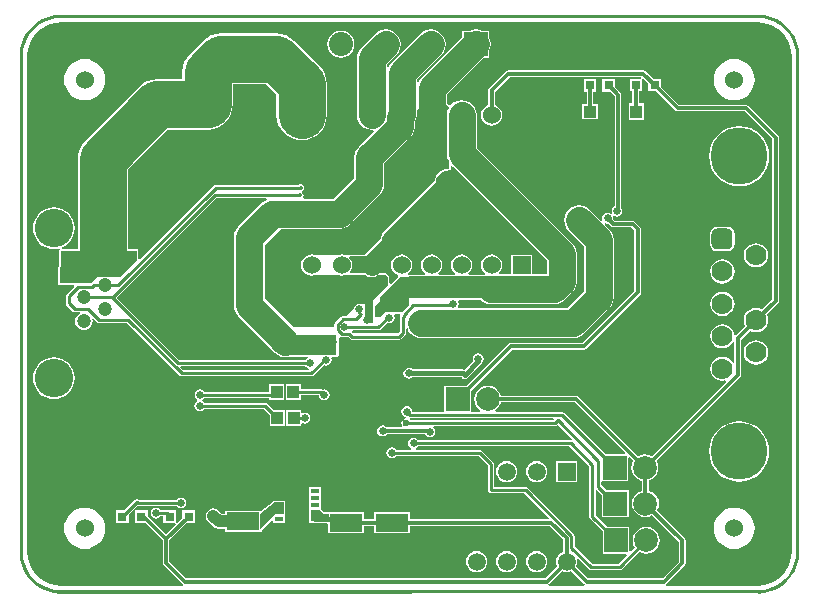
<source format=gtl>
G04 Layer_Physical_Order=1*
G04 Layer_Color=25308*
%FSLAX24Y24*%
%MOIN*%
G70*
G01*
G75*
%ADD10R,0.0315X0.1181*%
%ADD11R,0.0295X0.0157*%
%ADD12R,0.1102X0.0591*%
%ADD13R,0.0394X0.0433*%
%ADD14R,0.0413X0.0394*%
%ADD15R,0.0315X0.0315*%
%ADD16C,0.0100*%
%ADD17C,0.1575*%
%ADD18C,0.0886*%
%ADD19C,0.0157*%
%ADD20C,0.0118*%
%ADD21C,0.0887*%
%ADD22C,0.0492*%
%ADD23C,0.0394*%
%ADD24C,0.0197*%
%ADD25C,0.0591*%
%ADD26C,0.0689*%
%ADD27R,0.1319X0.1319*%
%ADD28R,0.6451X0.1306*%
%ADD29R,0.0870X0.2572*%
%ADD30R,0.1772X0.0695*%
%ADD31R,0.0287X0.0826*%
%ADD32R,0.2749X0.0719*%
%ADD33C,0.0600*%
%ADD34C,0.0472*%
%ADD35C,0.1280*%
%ADD36C,0.0591*%
%ADD37R,0.0591X0.0591*%
%ADD38C,0.0700*%
G04:AMPARAMS|DCode=39|XSize=70mil|YSize=70mil|CornerRadius=17.5mil|HoleSize=0mil|Usage=FLASHONLY|Rotation=90.000|XOffset=0mil|YOffset=0mil|HoleType=Round|Shape=RoundedRectangle|*
%AMROUNDEDRECTD39*
21,1,0.0700,0.0350,0,0,90.0*
21,1,0.0350,0.0700,0,0,90.0*
1,1,0.0350,0.0175,0.0175*
1,1,0.0350,0.0175,-0.0175*
1,1,0.0350,-0.0175,-0.0175*
1,1,0.0350,-0.0175,0.0175*
%
%ADD39ROUNDEDRECTD39*%
%ADD40C,0.1900*%
%ADD41R,0.0600X0.0600*%
%ADD42C,0.0787*%
%ADD43R,0.0787X0.0787*%
%ADD44C,0.1378*%
%ADD45R,0.1378X0.1378*%
%ADD46C,0.0800*%
%ADD47R,0.0800X0.0800*%
%ADD48C,0.0256*%
%ADD49C,0.0252*%
%ADD50C,0.0138*%
%ADD51C,0.0394*%
%ADD52C,0.0236*%
G36*
X28563Y45066D02*
X28774Y45015D01*
X28974Y44932D01*
X29159Y44819D01*
X29324Y44678D01*
X29465Y44513D01*
X29578Y44328D01*
X29661Y44128D01*
X29712Y43917D01*
X29728Y43705D01*
X29725Y43701D01*
X29725D01*
X29729Y27165D01*
X29712Y26949D01*
X29661Y26738D01*
X29578Y26538D01*
X29465Y26353D01*
X29324Y26188D01*
X29159Y26047D01*
X28974Y25934D01*
X28774Y25851D01*
X28563Y25800D01*
X28351Y25783D01*
X28346Y25787D01*
Y25787D01*
X5118Y25783D01*
X4902Y25800D01*
X4691Y25851D01*
X4491Y25934D01*
X4306Y26047D01*
X4141Y26188D01*
X4000Y26353D01*
X3886Y26538D01*
X3803Y26738D01*
X3753Y26949D01*
X3736Y27161D01*
X3740Y27165D01*
X3740D01*
X3736Y43701D01*
X3753Y43917D01*
X3803Y44128D01*
X3886Y44328D01*
X4000Y44513D01*
X4141Y44678D01*
X4306Y44819D01*
X4491Y44932D01*
X4691Y45015D01*
X4902Y45066D01*
X5114Y45083D01*
X5118Y45079D01*
Y45079D01*
X28346Y45083D01*
X28563Y45066D01*
D02*
G37*
%LPC*%
G36*
X28346Y44976D02*
Y44974D01*
X5118D01*
Y44976D01*
X4919Y44961D01*
X4724Y44914D01*
X4539Y44837D01*
X4368Y44733D01*
X4216Y44603D01*
X4086Y44451D01*
X3982Y44280D01*
X3905Y44095D01*
X3858Y43900D01*
X3846Y43750D01*
X3846Y43750D01*
X3846Y43750D01*
X3843Y43701D01*
X3845Y43701D01*
X3845D01*
Y27165D01*
X3843D01*
X3858Y26966D01*
X3905Y26771D01*
X3982Y26586D01*
X4086Y26416D01*
X4216Y26263D01*
X4368Y26133D01*
X4539Y26029D01*
X4724Y25952D01*
X4919Y25905D01*
X5118Y25890D01*
Y25892D01*
X28346D01*
Y25890D01*
X28546Y25905D01*
X28741Y25952D01*
X28926Y26029D01*
X29096Y26133D01*
X29248Y26263D01*
X29378Y26416D01*
X29483Y26586D01*
X29560Y26771D01*
X29606Y26966D01*
X29622Y27165D01*
X29620D01*
Y43701D01*
X29622D01*
X29606Y43900D01*
X29560Y44095D01*
X29483Y44280D01*
X29378Y44451D01*
X29248Y44603D01*
X29096Y44733D01*
X28926Y44837D01*
X28741Y44914D01*
X28546Y44961D01*
X28346Y44976D01*
D02*
G37*
%LPD*%
G36*
X16415Y35106D02*
X16434Y35062D01*
X16422Y35045D01*
X16415Y35005D01*
Y34513D01*
X16355Y34454D01*
X14866D01*
X14817Y34502D01*
X14825Y34537D01*
X14836Y34552D01*
X15699D01*
X15739Y34560D01*
X15772Y34583D01*
X15998Y34809D01*
X16053Y34798D01*
X16123Y34812D01*
X16182Y34851D01*
X16222Y34910D01*
X16236Y34980D01*
X16222Y35050D01*
X16214Y35062D01*
X16241Y35112D01*
X16409D01*
X16415Y35106D01*
D02*
G37*
G36*
X28346Y44829D02*
X28523Y44815D01*
X28695Y44774D01*
X28859Y44706D01*
X29010Y44614D01*
X29144Y44499D01*
X29259Y44364D01*
X29352Y44213D01*
X29420Y44049D01*
X29461Y43877D01*
X29475Y43701D01*
X29475D01*
Y27165D01*
X29475D01*
X29461Y26989D01*
X29420Y26817D01*
X29352Y26653D01*
X29259Y26502D01*
X29144Y26367D01*
X29010Y26252D01*
X28859Y26160D01*
X28695Y26092D01*
X28523Y26051D01*
X28346Y26037D01*
Y26037D01*
X25289D01*
X25274Y26087D01*
X25296Y26102D01*
X25906Y26712D01*
X25931Y26748D01*
X25939Y26791D01*
Y27559D01*
X25931Y27602D01*
X25906Y27639D01*
X25894Y27646D01*
X24989Y28552D01*
X24991Y28555D01*
X25036Y28663D01*
X25051Y28780D01*
X25036Y28896D01*
X24991Y29004D01*
X24920Y29097D01*
X24827Y29168D01*
X24718Y29213D01*
X24715Y29213D01*
Y29553D01*
X24807Y29592D01*
X24900Y29663D01*
X24971Y29756D01*
X25016Y29864D01*
X25031Y29980D01*
X25016Y30096D01*
X24971Y30205D01*
X24969Y30208D01*
X27760Y32998D01*
X27784Y33035D01*
X27793Y33078D01*
Y34247D01*
X28091Y34545D01*
X28181Y34508D01*
X28285Y34494D01*
X28390Y34508D01*
X28488Y34548D01*
X28571Y34612D01*
X28636Y34696D01*
X28676Y34794D01*
X28690Y34898D01*
X28676Y35003D01*
X28639Y35093D01*
X29016Y35471D01*
X29041Y35507D01*
X29049Y35550D01*
Y40982D01*
X29041Y41025D01*
X29016Y41062D01*
X28033Y42045D01*
X27997Y42070D01*
X27954Y42078D01*
X25722D01*
X25119Y42681D01*
Y42940D01*
X24860D01*
X24609Y43191D01*
X24573Y43215D01*
X24530Y43224D01*
X20030D01*
X19987Y43215D01*
X19950Y43191D01*
X19393Y42633D01*
X19369Y42597D01*
X19360Y42554D01*
Y42066D01*
X19295Y42039D01*
X19222Y41983D01*
X19166Y41909D01*
X19130Y41824D01*
X19118Y41732D01*
X19130Y41641D01*
X19166Y41555D01*
X19222Y41482D01*
X19295Y41426D01*
X19381Y41390D01*
X19472Y41378D01*
X19564Y41390D01*
X19650Y41426D01*
X19723Y41482D01*
X19779Y41555D01*
X19815Y41641D01*
X19827Y41732D01*
X19815Y41824D01*
X19779Y41909D01*
X19723Y41983D01*
X19650Y42039D01*
X19585Y42066D01*
Y42507D01*
X20076Y42999D01*
X24445D01*
X24451Y42990D01*
X24449Y42977D01*
X24423Y42940D01*
X24071D01*
Y42522D01*
X24168D01*
Y42117D01*
X24042D01*
Y41582D01*
X24538D01*
Y42117D01*
X24392D01*
Y42522D01*
X24489D01*
Y42893D01*
Y42893D01*
X24489Y42897D01*
X24489Y42915D01*
Y42922D01*
Y42923D01*
X24492Y42924D01*
X24494Y42925D01*
X24496Y42926D01*
X24506Y42931D01*
X24512Y42934D01*
X24522Y42939D01*
D01*
X24528Y42942D01*
X24536Y42946D01*
X24701Y42781D01*
Y42522D01*
X24960D01*
X25596Y41886D01*
X25632Y41862D01*
X25675Y41853D01*
X27907D01*
X28825Y40936D01*
Y35597D01*
X28480Y35252D01*
X28390Y35289D01*
X28285Y35303D01*
X28181Y35289D01*
X28083Y35249D01*
X27999Y35185D01*
X27935Y35101D01*
X27894Y35003D01*
X27881Y34898D01*
X27894Y34794D01*
X27932Y34704D01*
X27616Y34388D01*
X27564Y34404D01*
X27556Y34463D01*
X27516Y34561D01*
X27451Y34645D01*
X27368Y34709D01*
X27270Y34749D01*
X27165Y34763D01*
X27061Y34749D01*
X26963Y34709D01*
X26879Y34645D01*
X26815Y34561D01*
X26774Y34463D01*
X26761Y34358D01*
X26774Y34254D01*
X26815Y34156D01*
X26879Y34072D01*
X26963Y34008D01*
X27061Y33968D01*
X27165Y33954D01*
X27270Y33968D01*
X27368Y34008D01*
X27451Y34072D01*
X27516Y34156D01*
X27518Y34161D01*
X27568Y34151D01*
Y33486D01*
X27518Y33476D01*
X27516Y33481D01*
X27451Y33565D01*
X27368Y33629D01*
X27270Y33669D01*
X27165Y33683D01*
X27061Y33669D01*
X26963Y33629D01*
X26879Y33565D01*
X26815Y33481D01*
X26774Y33383D01*
X26761Y33278D01*
X26774Y33174D01*
X26815Y33076D01*
X26879Y32992D01*
X26963Y32928D01*
X27061Y32888D01*
X27165Y32874D01*
X27259Y32886D01*
X27280Y32855D01*
X27285Y32841D01*
X24810Y30367D01*
X24807Y30369D01*
X24699Y30414D01*
X24583Y30429D01*
X24467Y30414D01*
X24358Y30369D01*
X24355Y30367D01*
X22379Y32343D01*
X22342Y32368D01*
X22299Y32376D01*
X19780D01*
X19780Y32380D01*
X19735Y32488D01*
X19664Y32581D01*
X19571Y32652D01*
X19463Y32697D01*
X19346Y32713D01*
X19230Y32697D01*
X19122Y32652D01*
X19029Y32581D01*
X18958Y32488D01*
X18913Y32380D01*
X18898Y32264D01*
X18913Y32148D01*
X18958Y32039D01*
X19029Y31946D01*
X19096Y31895D01*
X19079Y31845D01*
X18791D01*
Y32550D01*
X20152Y33911D01*
X22549D01*
X22592Y33919D01*
X22628Y33944D01*
X24424Y35739D01*
X24448Y35775D01*
X24456Y35819D01*
Y37933D01*
X24448Y37976D01*
X24424Y38012D01*
X24256Y38180D01*
X24219Y38204D01*
X24176Y38213D01*
X23571D01*
X23517Y38268D01*
X23520Y38287D01*
X23508Y38350D01*
X23526Y38369D01*
X23549Y38383D01*
X23582Y38360D01*
X23652Y38346D01*
X23722Y38360D01*
X23782Y38400D01*
X23821Y38459D01*
X23835Y38529D01*
X23821Y38599D01*
X23795Y38638D01*
Y42386D01*
X23800Y42412D01*
X23792Y42455D01*
X23767Y42492D01*
X23587Y42672D01*
Y42931D01*
X23169D01*
Y42513D01*
X23428D01*
X23570Y42371D01*
Y38689D01*
X23523Y38658D01*
X23484Y38599D01*
X23470Y38529D01*
X23482Y38467D01*
X23464Y38447D01*
X23442Y38434D01*
X23408Y38456D01*
X23338Y38470D01*
X23268Y38456D01*
X23209Y38417D01*
X23169Y38357D01*
X23155Y38287D01*
X23169Y38218D01*
X23130Y38187D01*
X22740Y38576D01*
X22637Y38656D01*
X22516Y38705D01*
X22387Y38722D01*
X22258Y38705D01*
X22138Y38656D01*
X22035Y38576D01*
X21956Y38473D01*
X21906Y38353D01*
X21889Y38224D01*
X21906Y38095D01*
X21956Y37975D01*
X22035Y37872D01*
X22544Y37363D01*
Y35852D01*
X21983Y35292D01*
X18370D01*
X18343Y35342D01*
X18360Y35366D01*
X18374Y35436D01*
X18360Y35506D01*
X18348Y35525D01*
X18374Y35575D01*
X19095D01*
X19095Y35574D01*
X19198Y35495D01*
X19318Y35445D01*
X19447Y35428D01*
X21566D01*
X21695Y35445D01*
X21815Y35495D01*
X21918Y35574D01*
X22161Y35818D01*
X22241Y35921D01*
X22290Y36041D01*
X22307Y36170D01*
Y37105D01*
X22290Y37234D01*
X22241Y37354D01*
X22161Y37457D01*
X18971Y40648D01*
Y41732D01*
X18954Y41861D01*
X18904Y41981D01*
X18825Y42085D01*
X18722Y42164D01*
X18601Y42214D01*
X18472Y42231D01*
X18343Y42214D01*
X18223Y42164D01*
X18120Y42085D01*
X18106Y42066D01*
X18056Y42063D01*
X18014Y42105D01*
X17974Y42122D01*
X17971D01*
Y42413D01*
X19201Y43643D01*
X19398D01*
Y43891D01*
X19429Y43965D01*
X19446Y44094D01*
X19429Y44224D01*
X19398Y44298D01*
Y44546D01*
X19150D01*
X19076Y44576D01*
X18947Y44593D01*
X18818Y44576D01*
X18743Y44546D01*
X18496D01*
Y44349D01*
X17120Y42973D01*
X17040Y42870D01*
X17021Y42824D01*
X16971Y42834D01*
Y42914D01*
X17799Y43742D01*
X17878Y43845D01*
X17928Y43966D01*
X17945Y44094D01*
X17928Y44223D01*
X17878Y44344D01*
X17799Y44447D01*
X17696Y44526D01*
X17576Y44576D01*
X17447Y44593D01*
X17318Y44576D01*
X17198Y44526D01*
X17094Y44447D01*
X16183Y43535D01*
X16157Y43502D01*
X16120Y43473D01*
X16040Y43370D01*
X16021Y43322D01*
X15971Y43332D01*
Y43414D01*
X16299Y43742D01*
X16378Y43845D01*
X16428Y43966D01*
X16445Y44094D01*
X16428Y44223D01*
X16378Y44344D01*
X16299Y44447D01*
X16196Y44526D01*
X16076Y44576D01*
X15947Y44593D01*
X15818Y44576D01*
X15698Y44526D01*
X15594Y44447D01*
X15120Y43972D01*
X15041Y43869D01*
X14991Y43749D01*
X14974Y43620D01*
Y41732D01*
X14991Y41603D01*
X15041Y41483D01*
X15120Y41380D01*
X15223Y41301D01*
X15343Y41251D01*
X15472Y41234D01*
X15531Y41242D01*
X15555Y41194D01*
X15042Y40681D01*
X14963Y40578D01*
X14913Y40458D01*
X14896Y40329D01*
Y39636D01*
X14198Y38939D01*
X13206D01*
X13181Y38989D01*
X13194Y39008D01*
X13203Y39055D01*
X13194Y39102D01*
X13167Y39142D01*
X13157Y39149D01*
X13154Y39165D01*
X13161Y39206D01*
X13189Y39225D01*
X13216Y39265D01*
X13225Y39311D01*
X13216Y39358D01*
X13189Y39398D01*
X13150Y39425D01*
X13103Y39434D01*
X13056Y39425D01*
X13041Y39415D01*
X10276D01*
X10237Y39407D01*
X10203Y39384D01*
X7744Y36926D01*
X7694Y36946D01*
Y37243D01*
X7678Y37282D01*
X7639Y37298D01*
X7600Y37282D01*
X7583Y37266D01*
X7390D01*
X7356Y37303D01*
X7358Y37323D01*
Y39933D01*
X8668Y41242D01*
X10006D01*
X10171Y41259D01*
X10329Y41307D01*
X10474Y41384D01*
X10602Y41489D01*
X10707Y41617D01*
X10785Y41763D01*
X10833Y41921D01*
X10849Y42085D01*
Y42770D01*
X11944D01*
X12298Y42416D01*
Y41732D01*
X12314Y41568D01*
X12362Y41410D01*
X12440Y41264D01*
X12545Y41136D01*
X12672Y41032D01*
X12818Y40954D01*
X12976Y40906D01*
X13141Y40890D01*
X13305Y40906D01*
X13463Y40954D01*
X13609Y41032D01*
X13736Y41136D01*
X13841Y41264D01*
X13919Y41410D01*
X13967Y41568D01*
X13983Y41732D01*
Y42765D01*
X13967Y42929D01*
X13919Y43087D01*
X13841Y43233D01*
X13736Y43361D01*
X12889Y44208D01*
X12761Y44313D01*
X12615Y44391D01*
X12457Y44439D01*
X12293Y44455D01*
X10447D01*
X10283Y44439D01*
X10125Y44391D01*
X9979Y44313D01*
X9851Y44208D01*
X9410Y43767D01*
X9306Y43640D01*
X9228Y43494D01*
X9180Y43336D01*
X9164Y43172D01*
Y42928D01*
X8319D01*
X8154Y42911D01*
X7996Y42864D01*
X7851Y42786D01*
X7781Y42728D01*
X7723Y42681D01*
X5920Y40878D01*
X5815Y40750D01*
X5737Y40604D01*
X5689Y40446D01*
X5673Y40282D01*
Y37323D01*
X5675Y37303D01*
X5642Y37266D01*
X5144D01*
X5137Y37316D01*
X5148Y37319D01*
X5268Y37383D01*
X5373Y37470D01*
X5459Y37575D01*
X5524Y37695D01*
X5563Y37825D01*
X5576Y37961D01*
X5563Y38096D01*
X5524Y38226D01*
X5459Y38346D01*
X5373Y38452D01*
X5268Y38538D01*
X5148Y38602D01*
X5017Y38642D01*
X4882Y38655D01*
X4746Y38642D01*
X4616Y38602D01*
X4496Y38538D01*
X4391Y38452D01*
X4304Y38346D01*
X4240Y38226D01*
X4201Y38096D01*
X4187Y37961D01*
X4201Y37825D01*
X4240Y37695D01*
X4304Y37575D01*
X4391Y37470D01*
X4496Y37383D01*
X4616Y37319D01*
X4746Y37279D01*
X4882Y37266D01*
X5017Y37279D01*
X5049Y37289D01*
X5049Y37289D01*
X5073Y37244D01*
X5067Y37231D01*
X5059Y37212D01*
X5027Y36119D01*
X5027Y36119D01*
X5026Y36118D01*
X5034Y36099D01*
X5042Y36080D01*
X5042Y36079D01*
X5043Y36079D01*
X5050Y36076D01*
X5050Y36076D01*
X5050Y36076D01*
X5062Y36071D01*
X5080Y36062D01*
X5081Y36063D01*
X5082Y36062D01*
X5536D01*
X5555Y36016D01*
X5321Y35782D01*
X5298Y35748D01*
X5291Y35709D01*
Y35453D01*
X5298Y35413D01*
X5321Y35380D01*
X5498Y35203D01*
X5531Y35180D01*
X5571Y35172D01*
X5759D01*
X5769Y35122D01*
X5737Y35109D01*
X5677Y35063D01*
X5631Y35003D01*
X5602Y34933D01*
X5592Y34858D01*
X5602Y34783D01*
X5631Y34713D01*
X5677Y34653D01*
X5737Y34607D01*
X5807Y34578D01*
X5882Y34568D01*
X5957Y34578D01*
X6027Y34607D01*
X6087Y34653D01*
X6133Y34713D01*
X6162Y34783D01*
X6172Y34858D01*
X6164Y34919D01*
X6209Y34945D01*
X6318Y34835D01*
X6351Y34813D01*
X6391Y34805D01*
X7312D01*
X9070Y33047D01*
X9103Y33025D01*
X9143Y33017D01*
X13461D01*
X13500Y33025D01*
X13534Y33047D01*
X13877Y33391D01*
X13884Y33386D01*
X13954Y33372D01*
X14024Y33386D01*
X14083Y33426D01*
X14123Y33485D01*
X14137Y33555D01*
X14123Y33625D01*
X14117Y33634D01*
X14140Y33678D01*
X14321D01*
X14360Y33695D01*
X14376Y33734D01*
Y34309D01*
X14426Y34335D01*
X14433Y34331D01*
X14472Y34323D01*
X14704D01*
X14750Y34277D01*
X14783Y34255D01*
X14823Y34247D01*
X16398D01*
X16437Y34255D01*
X16471Y34277D01*
X16591Y34397D01*
X16604Y34417D01*
X16613Y34431D01*
X16621Y34470D01*
Y34607D01*
X16671Y34617D01*
X16701Y34544D01*
X16780Y34441D01*
X16883Y34362D01*
X17004Y34312D01*
X17133Y34295D01*
X22190D01*
X22319Y34312D01*
X22439Y34362D01*
X22542Y34441D01*
X23395Y35293D01*
X23474Y35396D01*
X23523Y35517D01*
X23540Y35646D01*
Y37569D01*
X23523Y37698D01*
X23474Y37818D01*
X23395Y37922D01*
X23237Y38079D01*
X23268Y38119D01*
X23338Y38105D01*
X23358Y38109D01*
X23445Y38021D01*
X23482Y37997D01*
X23525Y37988D01*
X24130D01*
X24232Y37886D01*
Y35865D01*
X22502Y34136D01*
X20106D01*
X20063Y34127D01*
X20026Y34103D01*
X18632Y32709D01*
X17902D01*
Y31845D01*
X16831D01*
X16826Y31850D01*
X16812Y31920D01*
X16773Y31980D01*
X16714Y32019D01*
X16644Y32033D01*
X16574Y32019D01*
X16515Y31980D01*
X16475Y31920D01*
X16461Y31850D01*
X16475Y31781D01*
X16515Y31721D01*
X16574Y31682D01*
X16607Y31675D01*
Y31624D01*
X16568Y31616D01*
X16512Y31579D01*
X16474Y31523D01*
X16461Y31457D01*
X16474Y31391D01*
X16486Y31373D01*
X16459Y31323D01*
X15977D01*
X15966Y31340D01*
X15907Y31379D01*
X15837Y31393D01*
X15767Y31379D01*
X15707Y31340D01*
X15668Y31281D01*
X15654Y31211D01*
X15668Y31141D01*
X15707Y31081D01*
X15767Y31042D01*
X15837Y31028D01*
X15907Y31042D01*
X15966Y31081D01*
X15977Y31098D01*
X17239D01*
X17239Y31097D01*
X17279Y31037D01*
X17338Y30998D01*
X17408Y30984D01*
X17478Y30998D01*
X17537Y31037D01*
X17577Y31097D01*
X17591Y31167D01*
X17577Y31236D01*
X17537Y31296D01*
X17525Y31304D01*
X17540Y31354D01*
X21575D01*
X21614Y31361D01*
X21648Y31384D01*
X21648Y31384D01*
X21698D01*
X22150Y30933D01*
X22125Y30887D01*
X22106Y30891D01*
X17017D01*
X16999Y30917D01*
X16940Y30956D01*
X16870Y30970D01*
X16800Y30956D01*
X16741Y30917D01*
X16701Y30857D01*
X16687Y30787D01*
X16701Y30718D01*
X16741Y30658D01*
X16787Y30628D01*
X16772Y30578D01*
X16289D01*
X16271Y30604D01*
X16212Y30643D01*
X16142Y30657D01*
X16072Y30643D01*
X16013Y30604D01*
X15974Y30544D01*
X15960Y30474D01*
X15974Y30405D01*
X16013Y30345D01*
X16072Y30306D01*
X16142Y30292D01*
X16212Y30306D01*
X16271Y30345D01*
X16289Y30371D01*
X19030D01*
X19346Y30056D01*
Y29226D01*
X19354Y29186D01*
X19376Y29153D01*
X19409Y29130D01*
X19449Y29122D01*
X20565D01*
X21379Y28308D01*
X21360Y28262D01*
X16744D01*
Y28496D01*
X15539D01*
Y28262D01*
X15209D01*
Y28496D01*
X14065D01*
X14055Y28500D01*
X13901D01*
X13791Y28610D01*
Y28610D01*
Y28846D01*
Y29083D01*
Y29343D01*
X13394D01*
Y29083D01*
Y28846D01*
Y28610D01*
Y28593D01*
X13389Y28583D01*
Y28189D01*
X13394Y28179D01*
Y28138D01*
X13435D01*
X13445Y28134D01*
X13962D01*
X14004Y28108D01*
Y27803D01*
X15209D01*
Y28037D01*
X15539D01*
Y27803D01*
X16744D01*
Y28037D01*
X21410D01*
X21860Y27587D01*
Y27175D01*
X21798Y27149D01*
X21725Y27094D01*
X21670Y27021D01*
X21635Y26937D01*
X21623Y26846D01*
X21635Y26756D01*
X21661Y26694D01*
X21261Y26293D01*
X9299D01*
X8734Y26858D01*
Y27552D01*
X9320Y28138D01*
X9579D01*
Y28555D01*
X9161D01*
Y28297D01*
X8996Y28132D01*
X8949Y28155D01*
Y28555D01*
X8688D01*
X8680Y28560D01*
X8641Y28568D01*
X8434D01*
X8417Y28594D01*
X8357Y28633D01*
X8293Y28646D01*
X8298Y28696D01*
X8970D01*
X8987Y28670D01*
X9047Y28630D01*
X9117Y28617D01*
X9186Y28630D01*
X9246Y28670D01*
X9285Y28729D01*
X9299Y28799D01*
X9285Y28869D01*
X9246Y28928D01*
X9186Y28968D01*
X9117Y28982D01*
X9047Y28968D01*
X8987Y28928D01*
X8970Y28902D01*
X7747D01*
X7734Y28915D01*
X7700Y28937D01*
X7661Y28945D01*
X7628Y28939D01*
X7622Y28937D01*
X7588Y28915D01*
X7228Y28555D01*
X6957D01*
Y28138D01*
X7374D01*
Y28409D01*
X7548Y28584D01*
X7587Y28551D01*
Y28138D01*
X7924D01*
X8510Y27552D01*
Y26811D01*
X8518Y26768D01*
X8543Y26732D01*
X9172Y26102D01*
X9195Y26087D01*
X9179Y26037D01*
X5118D01*
Y26037D01*
X4942Y26051D01*
X4769Y26092D01*
X4606Y26160D01*
X4455Y26252D01*
X4320Y26367D01*
X4205Y26502D01*
X4113Y26653D01*
X4045Y26817D01*
X4004Y26989D01*
X3990Y27165D01*
X3990D01*
Y43651D01*
X3990Y43693D01*
X3998Y43701D01*
X3998D01*
X3998Y43701D01*
X3998Y43701D01*
X3994Y43751D01*
X4004Y43877D01*
X4045Y44049D01*
X4113Y44213D01*
X4205Y44364D01*
X4320Y44499D01*
X4455Y44614D01*
X4606Y44706D01*
X4769Y44774D01*
X4942Y44815D01*
X5118Y44829D01*
Y44829D01*
X28346D01*
Y44829D01*
D02*
G37*
G36*
X16722Y36329D02*
Y35394D01*
X16496Y35167D01*
X15915D01*
X15758Y35010D01*
X15591D01*
Y35364D01*
X15768Y35541D01*
Y35679D01*
X16427Y36339D01*
X16545D01*
X16703Y36348D01*
X16722Y36329D01*
D02*
G37*
G36*
X7704Y28696D02*
X8277D01*
X8282Y28646D01*
X8218Y28633D01*
X8158Y28594D01*
X8119Y28534D01*
X8105Y28465D01*
X8119Y28395D01*
X8158Y28335D01*
X8218Y28296D01*
X8287Y28282D01*
X8357Y28296D01*
X8417Y28335D01*
X8434Y28361D01*
X8532D01*
Y28138D01*
X8932D01*
X8955Y28090D01*
X8622Y27757D01*
X8004Y28375D01*
Y28555D01*
X7591D01*
X7558Y28593D01*
X7668Y28703D01*
X7704Y28696D01*
D02*
G37*
G36*
X13878Y28445D02*
X14055D01*
Y28282D01*
X13962Y28189D01*
X13445D01*
Y28583D01*
X13740D01*
X13878Y28445D01*
D02*
G37*
G36*
X21550Y31593D02*
X21524Y31560D01*
X16786D01*
X16750Y31600D01*
X16753Y31635D01*
X16756Y31639D01*
X21531D01*
X21550Y31593D01*
D02*
G37*
G36*
X23933Y30471D02*
X23914Y30425D01*
X23284D01*
X21894Y31815D01*
X21861Y31837D01*
X21821Y31845D01*
X19613D01*
X19597Y31895D01*
X19664Y31946D01*
X19735Y32039D01*
X19780Y32148D01*
X19780Y32151D01*
X22253D01*
X23933Y30471D01*
D02*
G37*
G36*
X13286Y33330D02*
X13345Y33290D01*
X13356Y33288D01*
X13381Y33232D01*
X13376Y33225D01*
X13373Y33223D01*
X9185D01*
X9099Y33310D01*
X9118Y33356D01*
X13268D01*
X13286Y33330D01*
D02*
G37*
G36*
X11977Y38902D02*
X11905Y38872D01*
X11802Y38793D01*
X11799Y38789D01*
X11023Y38013D01*
X10944Y37910D01*
X10894Y37790D01*
X10877Y37661D01*
Y35385D01*
X10894Y35256D01*
X10944Y35136D01*
X11023Y35033D01*
X12245Y33811D01*
X12348Y33732D01*
X12468Y33682D01*
X12597Y33665D01*
X12699Y33678D01*
X13343D01*
X13348Y33628D01*
X13345Y33628D01*
X13286Y33588D01*
X13268Y33562D01*
X9060D01*
X6981Y35641D01*
X10292Y38952D01*
X11968D01*
X11977Y38902D01*
D02*
G37*
G36*
X24196Y30208D02*
X24194Y30205D01*
X24149Y30096D01*
X24134Y29980D01*
X24149Y29864D01*
X24194Y29756D01*
X24265Y29663D01*
X24358Y29592D01*
X24467Y29547D01*
X24490Y29544D01*
Y29213D01*
X24486Y29213D01*
X24378Y29168D01*
X24285Y29097D01*
X24214Y29004D01*
X24169Y28896D01*
X24154Y28780D01*
X24169Y28663D01*
X24214Y28555D01*
X24285Y28462D01*
X24378Y28391D01*
X24486Y28346D01*
X24602Y28331D01*
X24718Y28346D01*
X24827Y28391D01*
X24830Y28393D01*
X25714Y27509D01*
Y26838D01*
X25170Y26293D01*
X22684D01*
X22284Y26694D01*
X22310Y26756D01*
X22322Y26846D01*
X22312Y26920D01*
X22360Y26943D01*
X22703Y26600D01*
X22736Y26578D01*
X22776Y26570D01*
X23736D01*
X23776Y26578D01*
X23809Y26600D01*
X24387Y27178D01*
X24398Y27170D01*
X24506Y27126D01*
X24622Y27110D01*
X24738Y27126D01*
X24846Y27170D01*
X24939Y27242D01*
X25011Y27335D01*
X25055Y27443D01*
X25071Y27559D01*
X25055Y27675D01*
X25011Y27783D01*
X24939Y27876D01*
X24846Y27948D01*
X24738Y27992D01*
X24622Y28008D01*
X24506Y27992D01*
X24398Y27948D01*
X24305Y27876D01*
X24233Y27783D01*
X24189Y27675D01*
X24173Y27559D01*
X24189Y27443D01*
X24233Y27335D01*
X24241Y27324D01*
X24113Y27196D01*
X24067Y27215D01*
Y28004D01*
X23323D01*
X22938Y28389D01*
Y29227D01*
X22988Y29248D01*
X23157Y29079D01*
Y28335D01*
X24047D01*
Y29224D01*
X23303D01*
X23135Y29393D01*
Y29487D01*
X23138Y29535D01*
X24028D01*
Y30311D01*
X24074Y30330D01*
X24196Y30208D01*
D02*
G37*
G36*
X18049Y41992D02*
X18041Y41981D01*
X17991Y41861D01*
X17974Y41732D01*
Y40441D01*
X17991Y40312D01*
X18041Y40192D01*
X18068Y40157D01*
Y39957D01*
X18051Y39943D01*
X17922Y39926D01*
X17802Y39876D01*
X17699Y39797D01*
X17620Y39694D01*
X17570Y39573D01*
X17564Y39529D01*
X15900Y37865D01*
X15821Y37762D01*
X15771Y37642D01*
X15764Y37589D01*
X15250Y37074D01*
X14564D01*
X14564Y37074D01*
X14472Y37086D01*
X14381Y37074D01*
X14381Y37074D01*
X13564D01*
X13564Y37074D01*
X13472Y37086D01*
X13381Y37074D01*
X13295Y37039D01*
X13222Y36983D01*
X13166Y36909D01*
X13130Y36824D01*
X13118Y36732D01*
X13130Y36641D01*
X13166Y36555D01*
X13222Y36482D01*
X13295Y36426D01*
X13381Y36390D01*
X13472Y36378D01*
X13564Y36390D01*
X13613Y36410D01*
X14332D01*
X14381Y36390D01*
X14472Y36378D01*
X14564Y36390D01*
X14613Y36410D01*
X15242D01*
X15273Y36387D01*
X15369Y36347D01*
X15472Y36333D01*
X15576Y36347D01*
X15672Y36387D01*
X15703Y36410D01*
X15935D01*
X16008Y36337D01*
Y36026D01*
X15535Y35554D01*
Y35426D01*
X15130D01*
X15069Y35439D01*
X14999Y35425D01*
X14940Y35385D01*
X14900Y35326D01*
X14896Y35304D01*
X14636Y35044D01*
X14528D01*
X14489Y35036D01*
X14455Y35014D01*
X14265Y34823D01*
X14242Y34790D01*
X14235Y34750D01*
Y34657D01*
X12873D01*
X11934Y35596D01*
Y37407D01*
X12468Y37941D01*
X14405D01*
X14534Y37958D01*
X14654Y38008D01*
X14758Y38087D01*
X15747Y39077D01*
X15827Y39180D01*
X15877Y39301D01*
X15894Y39430D01*
Y40122D01*
X16763Y40991D01*
X16763Y40991D01*
X16842Y41094D01*
X16892Y41215D01*
X16909Y41344D01*
Y41494D01*
X16954Y41603D01*
X16971Y41732D01*
X16971Y41732D01*
Y41878D01*
X17159Y42066D01*
X17974D01*
X18049Y41992D01*
D02*
G37*
G36*
X22731Y30016D02*
Y28346D01*
X22739Y28307D01*
X22762Y28274D01*
X23177Y27858D01*
Y27114D01*
X23966D01*
X23985Y27068D01*
X23693Y26776D01*
X22818D01*
X22236Y27359D01*
Y27700D01*
X22228Y27740D01*
X22206Y27773D01*
X20680Y29299D01*
X20647Y29321D01*
X20607Y29329D01*
X19552D01*
Y30098D01*
X19544Y30138D01*
X19522Y30171D01*
X19146Y30547D01*
X19112Y30570D01*
X19073Y30578D01*
X16968D01*
X16953Y30628D01*
X16999Y30658D01*
X17017Y30684D01*
X22064D01*
X22731Y30016D01*
D02*
G37*
G36*
X22558Y26102D02*
X22580Y26087D01*
X22565Y26037D01*
X21380D01*
X21364Y26087D01*
X21387Y26102D01*
X21820Y26535D01*
X21882Y26509D01*
X21972Y26497D01*
X22063Y26509D01*
X22125Y26535D01*
X22558Y26102D01*
D02*
G37*
G36*
X21311Y36898D02*
Y36425D01*
X20824D01*
Y37083D01*
X20121D01*
Y36425D01*
X19731D01*
X19714Y36475D01*
X19723Y36482D01*
X19779Y36555D01*
X19815Y36641D01*
X19827Y36732D01*
X19815Y36824D01*
X19779Y36909D01*
X19723Y36983D01*
X19650Y37039D01*
X19564Y37074D01*
X19472Y37086D01*
X19381Y37074D01*
X19295Y37039D01*
X19222Y36983D01*
X19166Y36909D01*
X19130Y36824D01*
X19118Y36732D01*
X19130Y36641D01*
X19166Y36555D01*
X19222Y36482D01*
X19258Y36454D01*
X19241Y36404D01*
X18703D01*
X18686Y36454D01*
X18723Y36482D01*
X18779Y36555D01*
X18815Y36641D01*
X18827Y36732D01*
X18815Y36824D01*
X18779Y36909D01*
X18723Y36983D01*
X18650Y37039D01*
X18564Y37074D01*
X18472Y37086D01*
X18381Y37074D01*
X18295Y37039D01*
X18222Y36983D01*
X18166Y36909D01*
X18130Y36824D01*
X18118Y36732D01*
X18130Y36641D01*
X18166Y36555D01*
X18222Y36482D01*
X18258Y36454D01*
X18241Y36404D01*
X17703D01*
X17686Y36454D01*
X17723Y36482D01*
X17779Y36555D01*
X17815Y36641D01*
X17827Y36732D01*
X17815Y36824D01*
X17779Y36909D01*
X17723Y36983D01*
X17650Y37039D01*
X17564Y37074D01*
X17472Y37086D01*
X17381Y37074D01*
X17295Y37039D01*
X17222Y36983D01*
X17166Y36909D01*
X17130Y36824D01*
X17118Y36732D01*
X17130Y36641D01*
X17166Y36555D01*
X17222Y36482D01*
X17258Y36454D01*
X17241Y36404D01*
X16703D01*
X16686Y36450D01*
X16685Y36453D01*
X16723Y36482D01*
X16779Y36555D01*
X16815Y36641D01*
X16827Y36732D01*
X16815Y36824D01*
X16779Y36909D01*
X16723Y36983D01*
X16650Y37039D01*
X16564Y37074D01*
X16472Y37086D01*
X16381Y37074D01*
X16295Y37039D01*
X16222Y36983D01*
X16166Y36909D01*
X16130Y36824D01*
X16118Y36732D01*
X16130Y36641D01*
X16166Y36555D01*
X16222Y36482D01*
X16295Y36426D01*
X16345Y36405D01*
X16356Y36346D01*
X16109Y36099D01*
X16063Y36118D01*
Y36337D01*
X16047Y36377D01*
X15974Y36449D01*
X15935Y36466D01*
X15703D01*
X15686Y36459D01*
X15669Y36454D01*
X15644Y36435D01*
X15561Y36401D01*
X15472Y36389D01*
X15384Y36401D01*
X15301Y36435D01*
X15276Y36454D01*
X15259Y36459D01*
X15242Y36466D01*
X14774D01*
X14749Y36516D01*
X14779Y36555D01*
X14815Y36641D01*
X14827Y36732D01*
X14815Y36824D01*
X14779Y36909D01*
X14733Y36969D01*
X14752Y37019D01*
X15250D01*
X15289Y37035D01*
X15804Y37549D01*
X15810Y37566D01*
X15819Y37581D01*
X15825Y37627D01*
X15870Y37734D01*
X15942Y37828D01*
X17603Y39489D01*
X17610Y39506D01*
X17619Y39521D01*
X17624Y39559D01*
X17668Y39666D01*
X17738Y39757D01*
X17830Y39828D01*
X17937Y39872D01*
X18058Y39888D01*
X18072Y39896D01*
X18088Y39901D01*
X18104Y39916D01*
X18105Y39917D01*
X18107Y39918D01*
X18114Y39936D01*
X18123Y39954D01*
X18122Y39956D01*
X18123Y39957D01*
Y40021D01*
X18169Y40040D01*
X21311Y36898D01*
D02*
G37*
G36*
X7639Y36903D02*
X7083Y36346D01*
X6339D01*
X6110Y36118D01*
X5082D01*
X5114Y37210D01*
X7606D01*
X7639Y37243D01*
Y36903D01*
D02*
G37*
%LPC*%
G36*
X20972Y30196D02*
X20882Y30184D01*
X20798Y30149D01*
X20725Y30094D01*
X20670Y30021D01*
X20635Y29937D01*
X20623Y29846D01*
X20635Y29756D01*
X20670Y29672D01*
X20725Y29599D01*
X20798Y29544D01*
X20882Y29509D01*
X20972Y29497D01*
X21063Y29509D01*
X21147Y29544D01*
X21220Y29599D01*
X21275Y29672D01*
X21310Y29756D01*
X21322Y29846D01*
X21310Y29937D01*
X21275Y30021D01*
X21220Y30094D01*
X21147Y30149D01*
X21063Y30184D01*
X20972Y30196D01*
D02*
G37*
G36*
X22319Y30193D02*
X21626D01*
Y29500D01*
X22319D01*
Y30193D01*
D02*
G37*
G36*
X19972Y27196D02*
X19882Y27184D01*
X19798Y27149D01*
X19725Y27094D01*
X19670Y27021D01*
X19635Y26937D01*
X19623Y26846D01*
X19635Y26756D01*
X19670Y26672D01*
X19725Y26599D01*
X19798Y26544D01*
X19882Y26509D01*
X19972Y26497D01*
X20063Y26509D01*
X20147Y26544D01*
X20220Y26599D01*
X20275Y26672D01*
X20310Y26756D01*
X20322Y26846D01*
X20310Y26937D01*
X20275Y27021D01*
X20220Y27094D01*
X20147Y27149D01*
X20063Y27184D01*
X19972Y27196D01*
D02*
G37*
G36*
X18972D02*
X18882Y27184D01*
X18798Y27149D01*
X18725Y27094D01*
X18670Y27021D01*
X18635Y26937D01*
X18623Y26846D01*
X18635Y26756D01*
X18670Y26672D01*
X18725Y26599D01*
X18798Y26544D01*
X18882Y26509D01*
X18972Y26497D01*
X19063Y26509D01*
X19147Y26544D01*
X19220Y26599D01*
X19275Y26672D01*
X19310Y26756D01*
X19322Y26846D01*
X19310Y26937D01*
X19275Y27021D01*
X19220Y27094D01*
X19147Y27149D01*
X19063Y27184D01*
X18972Y27196D01*
D02*
G37*
G36*
X27725Y31524D02*
X27529Y31505D01*
X27340Y31448D01*
X27166Y31355D01*
X27014Y31230D01*
X26889Y31077D01*
X26796Y30903D01*
X26739Y30715D01*
X26719Y30518D01*
X26739Y30322D01*
X26796Y30133D01*
X26889Y29960D01*
X27014Y29807D01*
X27166Y29682D01*
X27340Y29589D01*
X27529Y29532D01*
X27725Y29512D01*
X27922Y29532D01*
X28110Y29589D01*
X28284Y29682D01*
X28437Y29807D01*
X28562Y29960D01*
X28655Y30133D01*
X28712Y30322D01*
X28731Y30518D01*
X28712Y30715D01*
X28655Y30903D01*
X28562Y31077D01*
X28437Y31230D01*
X28284Y31355D01*
X28110Y31448D01*
X27922Y31505D01*
X27725Y31524D01*
D02*
G37*
G36*
X5906Y28637D02*
X5772Y28624D01*
X5644Y28585D01*
X5525Y28522D01*
X5422Y28437D01*
X5336Y28333D01*
X5273Y28215D01*
X5234Y28086D01*
X5221Y27953D01*
X5234Y27819D01*
X5273Y27691D01*
X5336Y27573D01*
X5422Y27469D01*
X5525Y27384D01*
X5644Y27320D01*
X5772Y27282D01*
X5906Y27268D01*
X6039Y27282D01*
X6167Y27320D01*
X6286Y27384D01*
X6389Y27469D01*
X6475Y27573D01*
X6538Y27691D01*
X6577Y27819D01*
X6590Y27953D01*
X6577Y28086D01*
X6538Y28215D01*
X6475Y28333D01*
X6389Y28437D01*
X6286Y28522D01*
X6167Y28585D01*
X6039Y28624D01*
X5906Y28637D01*
D02*
G37*
G36*
X27559D02*
X27426Y28624D01*
X27297Y28585D01*
X27179Y28522D01*
X27075Y28437D01*
X26990Y28333D01*
X26927Y28215D01*
X26888Y28086D01*
X26875Y27953D01*
X26888Y27819D01*
X26927Y27691D01*
X26990Y27573D01*
X27075Y27469D01*
X27179Y27384D01*
X27297Y27320D01*
X27426Y27282D01*
X27559Y27268D01*
X27693Y27282D01*
X27821Y27320D01*
X27939Y27384D01*
X28043Y27469D01*
X28128Y27573D01*
X28191Y27691D01*
X28230Y27819D01*
X28243Y27953D01*
X28230Y28086D01*
X28191Y28215D01*
X28128Y28333D01*
X28043Y28437D01*
X27939Y28522D01*
X27821Y28585D01*
X27693Y28624D01*
X27559Y28637D01*
D02*
G37*
G36*
X12539Y28874D02*
X12244D01*
X12234Y28870D01*
X12193D01*
Y28850D01*
X11780Y28535D01*
X10598D01*
Y28442D01*
X10478D01*
X10376Y28543D01*
X10294Y28598D01*
X10198Y28617D01*
X10101Y28598D01*
X10019Y28543D01*
X9964Y28461D01*
X9945Y28365D01*
X9964Y28268D01*
X10019Y28186D01*
X10194Y28010D01*
X10276Y27955D01*
X10373Y27936D01*
X10598D01*
Y27843D01*
X11803D01*
Y27906D01*
X12147Y28249D01*
X12193Y28230D01*
Y28138D01*
X12591D01*
Y28374D01*
Y28415D01*
X12595Y28425D01*
Y28819D01*
X12591Y28829D01*
Y28856D01*
X12577Y28870D01*
X12550D01*
X12539Y28874D01*
D02*
G37*
G36*
X19972Y30196D02*
X19882Y30184D01*
X19798Y30149D01*
X19725Y30094D01*
X19670Y30021D01*
X19635Y29937D01*
X19623Y29846D01*
X19635Y29756D01*
X19670Y29672D01*
X19725Y29599D01*
X19798Y29544D01*
X19882Y29509D01*
X19972Y29497D01*
X20063Y29509D01*
X20147Y29544D01*
X20220Y29599D01*
X20275Y29672D01*
X20310Y29756D01*
X20322Y29846D01*
X20310Y29937D01*
X20275Y30021D01*
X20220Y30094D01*
X20147Y30149D01*
X20063Y30184D01*
X19972Y30196D01*
D02*
G37*
G36*
X20972Y27196D02*
X20882Y27184D01*
X20798Y27149D01*
X20725Y27094D01*
X20670Y27021D01*
X20635Y26937D01*
X20623Y26846D01*
X20635Y26756D01*
X20670Y26672D01*
X20725Y26599D01*
X20798Y26544D01*
X20882Y26509D01*
X20972Y26497D01*
X21063Y26509D01*
X21147Y26544D01*
X21220Y26599D01*
X21275Y26672D01*
X21310Y26756D01*
X21322Y26846D01*
X21310Y26937D01*
X21275Y27021D01*
X21220Y27094D01*
X21147Y27149D01*
X21063Y27184D01*
X20972Y27196D01*
D02*
G37*
G36*
X27340Y38004D02*
X26990D01*
X26902Y37986D01*
X26827Y37936D01*
X26777Y37862D01*
X26760Y37773D01*
Y37423D01*
X26777Y37335D01*
X26827Y37260D01*
X26902Y37210D01*
X26990Y37193D01*
X27340D01*
X27429Y37210D01*
X27503Y37260D01*
X27553Y37335D01*
X27571Y37423D01*
Y37773D01*
X27553Y37862D01*
X27503Y37936D01*
X27429Y37986D01*
X27340Y38004D01*
D02*
G37*
G36*
X27725Y41364D02*
X27529Y41345D01*
X27340Y41288D01*
X27166Y41195D01*
X27014Y41070D01*
X26889Y40917D01*
X26796Y40743D01*
X26739Y40555D01*
X26719Y40358D01*
X26739Y40162D01*
X26796Y39973D01*
X26889Y39800D01*
X27014Y39647D01*
X27166Y39522D01*
X27340Y39429D01*
X27529Y39372D01*
X27725Y39352D01*
X27922Y39372D01*
X28110Y39429D01*
X28284Y39522D01*
X28437Y39647D01*
X28562Y39800D01*
X28655Y39973D01*
X28712Y40162D01*
X28731Y40358D01*
X28712Y40555D01*
X28655Y40743D01*
X28562Y40917D01*
X28437Y41070D01*
X28284Y41195D01*
X28110Y41288D01*
X27922Y41345D01*
X27725Y41364D01*
D02*
G37*
G36*
X27165Y36923D02*
X27061Y36909D01*
X26963Y36869D01*
X26879Y36805D01*
X26815Y36721D01*
X26774Y36623D01*
X26761Y36518D01*
X26774Y36414D01*
X26815Y36316D01*
X26879Y36232D01*
X26963Y36168D01*
X27061Y36128D01*
X27165Y36114D01*
X27270Y36128D01*
X27368Y36168D01*
X27451Y36232D01*
X27516Y36316D01*
X27556Y36414D01*
X27570Y36518D01*
X27556Y36623D01*
X27516Y36721D01*
X27451Y36805D01*
X27368Y36869D01*
X27270Y36909D01*
X27165Y36923D01*
D02*
G37*
G36*
X28285Y37463D02*
X28181Y37449D01*
X28083Y37409D01*
X27999Y37345D01*
X27935Y37261D01*
X27894Y37163D01*
X27881Y37058D01*
X27894Y36954D01*
X27935Y36856D01*
X27999Y36772D01*
X28083Y36708D01*
X28181Y36668D01*
X28285Y36654D01*
X28390Y36668D01*
X28488Y36708D01*
X28571Y36772D01*
X28636Y36856D01*
X28676Y36954D01*
X28690Y37058D01*
X28676Y37163D01*
X28636Y37261D01*
X28571Y37345D01*
X28488Y37409D01*
X28390Y37449D01*
X28285Y37463D01*
D02*
G37*
G36*
X27559Y43598D02*
X27426Y43585D01*
X27297Y43546D01*
X27179Y43482D01*
X27075Y43397D01*
X26990Y43294D01*
X26927Y43175D01*
X26888Y43047D01*
X26875Y42913D01*
X26888Y42780D01*
X26927Y42651D01*
X26990Y42533D01*
X27075Y42429D01*
X27179Y42344D01*
X27297Y42281D01*
X27426Y42242D01*
X27559Y42229D01*
X27693Y42242D01*
X27821Y42281D01*
X27939Y42344D01*
X28043Y42429D01*
X28128Y42533D01*
X28191Y42651D01*
X28230Y42780D01*
X28243Y42913D01*
X28230Y43047D01*
X28191Y43175D01*
X28128Y43294D01*
X28043Y43397D01*
X27939Y43482D01*
X27821Y43546D01*
X27693Y43585D01*
X27559Y43598D01*
D02*
G37*
G36*
X14447Y44550D02*
X14329Y44534D01*
X14219Y44489D01*
X14125Y44416D01*
X14053Y44322D01*
X14007Y44212D01*
X13992Y44094D01*
X14007Y43977D01*
X14053Y43867D01*
X14125Y43773D01*
X14219Y43700D01*
X14329Y43655D01*
X14447Y43639D01*
X14565Y43655D01*
X14674Y43700D01*
X14769Y43773D01*
X14841Y43867D01*
X14886Y43977D01*
X14902Y44094D01*
X14886Y44212D01*
X14841Y44322D01*
X14769Y44416D01*
X14674Y44489D01*
X14565Y44534D01*
X14447Y44550D01*
D02*
G37*
G36*
X22957Y42931D02*
X22539D01*
Y42513D01*
X22637D01*
Y42097D01*
X22492D01*
Y41601D01*
X23007D01*
Y42097D01*
X22862D01*
Y42513D01*
X22957D01*
Y42931D01*
D02*
G37*
G36*
X5906Y43598D02*
X5772Y43585D01*
X5644Y43546D01*
X5525Y43482D01*
X5422Y43397D01*
X5336Y43294D01*
X5273Y43175D01*
X5234Y43047D01*
X5221Y42913D01*
X5234Y42780D01*
X5273Y42651D01*
X5336Y42533D01*
X5422Y42429D01*
X5525Y42344D01*
X5644Y42281D01*
X5772Y42242D01*
X5906Y42229D01*
X6039Y42242D01*
X6167Y42281D01*
X6286Y42344D01*
X6389Y42429D01*
X6475Y42533D01*
X6538Y42651D01*
X6577Y42780D01*
X6590Y42913D01*
X6577Y43047D01*
X6538Y43175D01*
X6475Y43294D01*
X6389Y43397D01*
X6286Y43482D01*
X6167Y43546D01*
X6039Y43585D01*
X5906Y43598D01*
D02*
G37*
G36*
X4882Y33655D02*
X4746Y33642D01*
X4616Y33602D01*
X4496Y33538D01*
X4391Y33452D01*
X4304Y33346D01*
X4240Y33226D01*
X4201Y33096D01*
X4187Y32961D01*
X4201Y32825D01*
X4240Y32695D01*
X4304Y32575D01*
X4391Y32470D01*
X4496Y32383D01*
X4616Y32319D01*
X4746Y32279D01*
X4882Y32266D01*
X5017Y32279D01*
X5148Y32319D01*
X5268Y32383D01*
X5373Y32470D01*
X5459Y32575D01*
X5524Y32695D01*
X5563Y32825D01*
X5576Y32961D01*
X5563Y33096D01*
X5524Y33226D01*
X5459Y33346D01*
X5373Y33452D01*
X5268Y33538D01*
X5148Y33602D01*
X5017Y33642D01*
X4882Y33655D01*
D02*
G37*
G36*
X12563Y32759D02*
X12067D01*
Y32515D01*
X9898D01*
X9882Y32539D01*
X9823Y32578D01*
X9754Y32592D01*
X9685Y32578D01*
X9626Y32539D01*
X9587Y32481D01*
X9573Y32411D01*
X9587Y32342D01*
X9626Y32284D01*
X9667Y32257D01*
X9669Y32251D01*
X9667Y32201D01*
X9622Y32171D01*
X9583Y32113D01*
X9569Y32044D01*
X9583Y31975D01*
X9622Y31916D01*
X9681Y31877D01*
X9750Y31863D01*
X9819Y31877D01*
X9878Y31916D01*
X9894Y31941D01*
X11869D01*
X12078Y31731D01*
Y31361D01*
X12574D01*
Y31896D01*
X12205D01*
X11984Y32117D01*
X11951Y32139D01*
X11911Y32147D01*
X9894D01*
X9878Y32171D01*
X9837Y32198D01*
X9835Y32205D01*
X9837Y32254D01*
X9882Y32284D01*
X9898Y32308D01*
X12067D01*
Y32224D01*
X12563D01*
Y32759D01*
D02*
G37*
G36*
X13126Y31896D02*
X12630D01*
Y31361D01*
X13126D01*
Y31434D01*
X13170Y31457D01*
X13176Y31453D01*
X13246Y31439D01*
X13316Y31453D01*
X13375Y31493D01*
X13414Y31552D01*
X13428Y31622D01*
X13414Y31692D01*
X13375Y31751D01*
X13316Y31791D01*
X13246Y31805D01*
X13176Y31791D01*
X13170Y31787D01*
X13126Y31810D01*
Y31896D01*
D02*
G37*
G36*
X13115Y32759D02*
X12618D01*
Y32224D01*
X13115D01*
Y32389D01*
X13719D01*
X13730Y32334D01*
X13769Y32274D01*
X13829Y32235D01*
X13898Y32221D01*
X13968Y32235D01*
X14028Y32274D01*
X14067Y32334D01*
X14081Y32404D01*
X14067Y32473D01*
X14028Y32533D01*
X13968Y32572D01*
X13898Y32586D01*
X13848Y32576D01*
X13832Y32587D01*
X13792Y32595D01*
X13115D01*
Y32759D01*
D02*
G37*
G36*
X28285Y34223D02*
X28181Y34209D01*
X28083Y34169D01*
X27999Y34105D01*
X27935Y34021D01*
X27894Y33923D01*
X27881Y33818D01*
X27894Y33714D01*
X27935Y33616D01*
X27999Y33532D01*
X28083Y33468D01*
X28181Y33428D01*
X28285Y33414D01*
X28390Y33428D01*
X28488Y33468D01*
X28571Y33532D01*
X28636Y33616D01*
X28676Y33714D01*
X28690Y33818D01*
X28676Y33923D01*
X28636Y34021D01*
X28571Y34105D01*
X28488Y34169D01*
X28390Y34209D01*
X28285Y34223D01*
D02*
G37*
G36*
X27165Y35843D02*
X27061Y35829D01*
X26963Y35789D01*
X26879Y35725D01*
X26815Y35641D01*
X26774Y35543D01*
X26761Y35438D01*
X26774Y35334D01*
X26815Y35236D01*
X26879Y35152D01*
X26963Y35088D01*
X27061Y35048D01*
X27165Y35034D01*
X27270Y35048D01*
X27368Y35088D01*
X27451Y35152D01*
X27516Y35236D01*
X27556Y35334D01*
X27570Y35438D01*
X27556Y35543D01*
X27516Y35641D01*
X27451Y35725D01*
X27368Y35789D01*
X27270Y35829D01*
X27165Y35843D01*
D02*
G37*
G36*
X19027Y33793D02*
X18957Y33779D01*
X18898Y33740D01*
X18858Y33681D01*
X18844Y33611D01*
X18858Y33541D01*
X18859Y33539D01*
X18565Y33245D01*
X18529Y33252D01*
X18529Y33252D01*
X16836D01*
X16781Y33288D01*
X16711Y33302D01*
X16642Y33288D01*
X16582Y33249D01*
X16543Y33189D01*
X16529Y33119D01*
X16543Y33049D01*
X16582Y32990D01*
X16642Y32951D01*
X16711Y32937D01*
X16781Y32951D01*
X16836Y32987D01*
X18475D01*
X18484Y32977D01*
X18484Y32977D01*
X18527Y32948D01*
X18578Y32938D01*
X18629Y32948D01*
X18672Y32977D01*
X19120Y33426D01*
X19120Y33426D01*
X19149Y33469D01*
X19151Y33478D01*
X19156Y33481D01*
X19196Y33541D01*
X19209Y33611D01*
X19196Y33681D01*
X19156Y33740D01*
X19097Y33779D01*
X19027Y33793D01*
D02*
G37*
%LPD*%
G36*
X12539Y28425D02*
X12264D01*
X12244Y28445D01*
Y28425D01*
X11752Y27933D01*
Y28445D01*
X12244Y28819D01*
X12539D01*
Y28425D01*
D02*
G37*
D10*
X12942Y28740D02*
D03*
D11*
X13593Y29213D02*
D03*
Y28976D02*
D03*
Y28740D02*
D03*
Y28504D02*
D03*
Y28268D02*
D03*
X12392D02*
D03*
Y28504D02*
D03*
Y28740D02*
D03*
Y28976D02*
D03*
Y29213D02*
D03*
D12*
X11201Y29370D02*
D03*
Y28189D02*
D03*
X14606Y28150D02*
D03*
Y29331D02*
D03*
X16142Y28150D02*
D03*
Y29331D02*
D03*
D13*
X24841Y41849D02*
D03*
X24290D02*
D03*
X12867Y32492D02*
D03*
X12315D02*
D03*
X12878Y31629D02*
D03*
X12326D02*
D03*
D14*
X22750Y41849D02*
D03*
X23340D02*
D03*
D15*
X23378Y42722D02*
D03*
X22748D02*
D03*
X24910Y42731D02*
D03*
X24280D02*
D03*
X9370Y28346D02*
D03*
X8740D02*
D03*
X7795D02*
D03*
X7165D02*
D03*
D16*
X8980Y40043D02*
X9033Y39991D01*
X6214Y36059D02*
X6583D01*
X6164Y36009D02*
X6214Y36059D01*
X5694Y36009D02*
X6164D01*
X5394Y35709D02*
X5694Y36009D01*
X5394Y35453D02*
Y35709D01*
X19073Y30474D02*
X19449Y30098D01*
X16142Y30474D02*
X19073D01*
X16869Y35394D02*
X18149D01*
X18191Y35436D01*
X13918Y33577D02*
X13940Y33555D01*
X13954D01*
X19449Y29226D02*
X20607D01*
X22133Y27700D01*
Y27316D02*
Y27700D01*
Y27316D02*
X22776Y26673D01*
X19449Y29226D02*
Y30098D01*
X21821Y31742D02*
X23583Y29980D01*
X16752Y31742D02*
X21821D01*
X16644Y31850D02*
X16752Y31742D01*
X14338Y34750D02*
X14528Y34941D01*
X14338Y34561D02*
Y34750D01*
Y34561D02*
X14472Y34426D01*
X14723D01*
X14735Y34438D01*
X11911Y32044D02*
X12326Y31629D01*
X9750Y32044D02*
X11911D01*
X7355Y34908D02*
X9143Y33120D01*
X6391Y34908D02*
X7355D01*
X6024Y35276D02*
X6391Y34908D01*
X6851Y35657D02*
X10249Y39055D01*
X7024Y36059D02*
X10276Y39311D01*
X10249Y39055D02*
X13081D01*
X10276Y39311D02*
X13103D01*
X24841Y41259D02*
X24845Y41255D01*
X13141Y41732D02*
X13472D01*
X6819Y35657D02*
X6851D01*
X9018Y33459D02*
X13415D01*
X6819Y35657D02*
X9018Y33459D01*
X5571Y35276D02*
X6024D01*
X5394Y35453D02*
X5571Y35276D01*
X22106Y30787D02*
X22835Y30059D01*
X16870Y30787D02*
X22106D01*
X7795Y28346D02*
X7874D01*
X12870Y29213D02*
X12942Y29140D01*
Y28340D02*
Y28740D01*
X16472Y43120D02*
X16535Y43183D01*
X23031Y29350D02*
Y30197D01*
Y29350D02*
X23602Y28780D01*
X24583Y29980D02*
X24602Y29961D01*
X22835Y28346D02*
Y30059D01*
Y28346D02*
X23622Y27559D01*
X23736Y26673D02*
X24622Y27559D01*
X22776Y26673D02*
X23736D01*
X6583Y36059D02*
X7024D01*
X5882Y35657D02*
X6819D01*
X22722Y41877D02*
X22750Y41849D01*
X22732Y42722D02*
X22750Y42705D01*
X22732Y42722D02*
Y42737D01*
X24280Y41859D02*
X24290Y41849D01*
X12867Y32492D02*
X13792D01*
X13880Y32404D01*
X13898D01*
X12884Y31622D02*
X13246D01*
X12878Y31629D02*
X12884Y31622D01*
X8723Y28363D02*
X8740Y28346D01*
X8723Y28363D02*
X8733Y28373D01*
X16580Y35106D02*
X16869Y35394D01*
X16580Y35068D02*
Y35106D01*
X16398Y34350D02*
X16518Y34470D01*
X16634Y31457D02*
X21575D01*
X21673Y31555D01*
X23031Y30197D01*
X12235Y32411D02*
X12315Y32492D01*
X9754Y32411D02*
X12235D01*
X7165Y28346D02*
X7661Y28842D01*
X7704Y28799D01*
X9117D01*
X8641Y28465D02*
X8733Y28373D01*
X8287Y28465D02*
X8641D01*
X16518Y34470D02*
Y35005D01*
X16580Y35068D01*
X9143Y33120D02*
X13461D01*
X13918Y33577D01*
X14941Y34941D02*
X15108Y35108D01*
X15069Y35148D02*
X15108Y35108D01*
X14823Y34350D02*
X16398D01*
X14567Y34656D02*
X15699D01*
X14735Y34438D02*
X14823Y34350D01*
X14528Y34941D02*
X14941D01*
X15069Y35148D02*
Y35256D01*
X16024Y34980D02*
X16053D01*
X15699Y34656D02*
X16024Y34980D01*
D17*
X6516Y37323D02*
Y40282D01*
X8319Y42085D01*
X10006D01*
Y43172D01*
X10447Y43613D01*
X13141Y41732D02*
Y42765D01*
X12293Y43613D02*
X13141Y42765D01*
X10447Y43613D02*
X12293D01*
D18*
X17133Y34793D02*
X22190D01*
X23042Y35646D01*
X18472Y40441D02*
Y41732D01*
Y40441D02*
X21809Y37105D01*
X16253Y37513D02*
X18051Y39311D01*
Y39444D01*
X11375Y37661D02*
X12154Y38440D01*
X11375Y35385D02*
Y37661D01*
Y35385D02*
X12597Y34163D01*
X15472Y41732D02*
Y43620D01*
X15947Y44094D01*
X16535Y43183D02*
X17447Y44094D01*
X17472Y41732D02*
Y42620D01*
X21566Y35927D02*
X21809Y36170D01*
Y37105D01*
X19447Y35927D02*
X21566D01*
X23042Y35646D02*
Y37569D01*
X22387Y38224D02*
X23042Y37569D01*
D19*
X18529Y33119D02*
X18578Y33071D01*
X16711Y33119D02*
X18529D01*
X19027Y33520D02*
Y33611D01*
X18578Y33071D02*
X19027Y33520D01*
X13593Y28268D02*
X14040D01*
D20*
X27680Y34293D02*
X28285Y34898D01*
X27680Y33078D02*
Y34293D01*
X24583Y29980D02*
X27680Y33078D01*
X23683Y38559D02*
Y42407D01*
X23688Y42412D01*
X23652Y38529D02*
X23683Y38559D01*
X22299Y32264D02*
X24583Y29980D01*
X19346Y32264D02*
X22299D01*
X25217Y26181D02*
X25827Y26791D01*
X22638Y26181D02*
X25217D01*
X21972Y26846D02*
X22638Y26181D01*
X21457Y28150D02*
X21972Y27634D01*
Y26846D02*
Y27634D01*
X8622Y26811D02*
Y27598D01*
X7874Y28346D02*
X8622Y27598D01*
X9370Y28346D01*
X16142Y28150D02*
X21457D01*
X18457Y29331D02*
X18972Y29846D01*
X16142Y29331D02*
X18457D01*
X14606Y28150D02*
X16142D01*
X24602Y28780D02*
X25823Y27559D01*
X25827Y26791D02*
Y27559D01*
X28285Y34898D02*
X28937Y35550D01*
X24602Y28780D02*
Y29961D01*
X8622Y26811D02*
X9252Y26181D01*
X21307D01*
X21972Y26846D01*
X22750Y41849D02*
Y42705D01*
X24280Y41859D02*
Y42731D01*
X28937Y35550D02*
Y40982D01*
X27954Y41966D02*
X28937Y40982D01*
X25675Y41966D02*
X27954D01*
X24910Y42731D02*
X25675Y41966D01*
X19472Y41732D02*
Y42554D01*
X20030Y43111D01*
X24530D01*
X24910Y42731D01*
X18346Y32264D02*
X20106Y34023D01*
X22549D01*
X24344Y35819D01*
Y37933D01*
X23378Y42722D02*
X23688Y42412D01*
X17364Y31211D02*
X17408Y31167D01*
X15837Y31211D02*
X17364D01*
X23338Y38287D02*
X23525Y38100D01*
X24176D01*
X24344Y37933D01*
D21*
X12154Y38440D02*
X14405D01*
X15395Y39430D01*
Y40329D01*
X16410Y41344D01*
Y41670D01*
X16472Y41732D01*
X17472Y42620D02*
X18947Y44094D01*
X16472Y41732D02*
Y43120D01*
D22*
X24841Y41259D02*
Y41849D01*
X23326Y41276D02*
Y41835D01*
D23*
X10198Y28365D02*
X10373Y28189D01*
X11201D01*
D24*
X12942Y29140D02*
X13330Y29528D01*
X14409D01*
D25*
X16996Y34809D02*
X17133Y34793D01*
D26*
X15472Y36732D02*
X16253Y37513D01*
D27*
X15443Y33573D02*
D03*
D28*
X11388Y40090D02*
D03*
D29*
X14465Y40921D02*
D03*
D30*
X13435Y34081D02*
D03*
D31*
X15392Y35193D02*
D03*
D32*
X18077Y35989D02*
D03*
D33*
X5906Y27953D02*
D03*
X27559Y42913D02*
D03*
X5906D02*
D03*
X27559Y27953D02*
D03*
X19472Y41732D02*
D03*
X18472D02*
D03*
X17472D02*
D03*
X16472D02*
D03*
X15472D02*
D03*
X14472D02*
D03*
X13472D02*
D03*
X19472Y36732D02*
D03*
X18472D02*
D03*
X17472D02*
D03*
X16472D02*
D03*
X15472D02*
D03*
X14472D02*
D03*
X13472D02*
D03*
D34*
X5882Y36457D02*
D03*
X6583Y36059D02*
D03*
X5882Y35657D02*
D03*
X6583Y35260D02*
D03*
Y36858D02*
D03*
X5882Y34858D02*
D03*
X6583Y34461D02*
D03*
X5882Y34063D02*
D03*
D35*
X4882Y37961D02*
D03*
Y32961D02*
D03*
D36*
X18972Y26846D02*
D03*
X19972D02*
D03*
X20972D02*
D03*
X21972D02*
D03*
X18972Y29846D02*
D03*
X19972D02*
D03*
X20972D02*
D03*
D37*
X21972D02*
D03*
D38*
X28285Y37058D02*
D03*
Y35978D02*
D03*
Y34898D02*
D03*
Y33818D02*
D03*
X27165Y36518D02*
D03*
Y35438D02*
D03*
Y34358D02*
D03*
Y33278D02*
D03*
D39*
Y37598D02*
D03*
D40*
X27725Y30518D02*
D03*
Y40358D02*
D03*
D41*
X20472Y41732D02*
D03*
Y36732D02*
D03*
D42*
X24622Y27559D02*
D03*
X24583Y29980D02*
D03*
X24602Y28780D02*
D03*
X19346Y32264D02*
D03*
X8980Y40043D02*
D03*
X18051Y39444D02*
D03*
X17534Y29596D02*
D03*
X12618Y30709D02*
D03*
X22387Y38224D02*
D03*
D43*
X23622Y27559D02*
D03*
X23583Y29980D02*
D03*
X23602Y28780D02*
D03*
X18346Y32264D02*
D03*
D44*
X10447Y43613D02*
D03*
D45*
X8479D02*
D03*
D46*
X14447Y44094D02*
D03*
X15947D02*
D03*
X17447D02*
D03*
D47*
X18947D02*
D03*
D48*
X16142Y30474D02*
D03*
X18191Y35436D02*
D03*
X13954Y33555D02*
D03*
X16711Y33119D02*
D03*
X23652Y38529D02*
D03*
X10198Y28365D02*
D03*
X19027Y33611D02*
D03*
X12942Y29140D02*
D03*
Y28340D02*
D03*
Y28740D02*
D03*
X16996Y34809D02*
D03*
X13415Y33459D02*
D03*
X13898Y32404D02*
D03*
X13246Y31622D02*
D03*
X16870Y30787D02*
D03*
X17408Y31167D02*
D03*
X14190Y34163D02*
D03*
X23338Y38287D02*
D03*
X9117Y28799D02*
D03*
X8287Y28465D02*
D03*
X15728Y35207D02*
D03*
X15837Y31211D02*
D03*
X16644Y31850D02*
D03*
X15315Y34911D02*
D03*
X15896Y34006D02*
D03*
X15463D02*
D03*
X15030D02*
D03*
X15896Y33573D02*
D03*
X15463D02*
D03*
X15030D02*
D03*
X15896Y33140D02*
D03*
X15463D02*
D03*
X15030D02*
D03*
X14567Y34656D02*
D03*
X15069Y35256D02*
D03*
X16053Y34980D02*
D03*
D49*
X9750Y32044D02*
D03*
X9754Y32411D02*
D03*
D50*
X13103Y39311D02*
D03*
X13081Y39055D02*
D03*
D51*
X23326Y41276D02*
D03*
X24845Y41255D02*
D03*
D52*
X16634Y31457D02*
D03*
M02*

</source>
